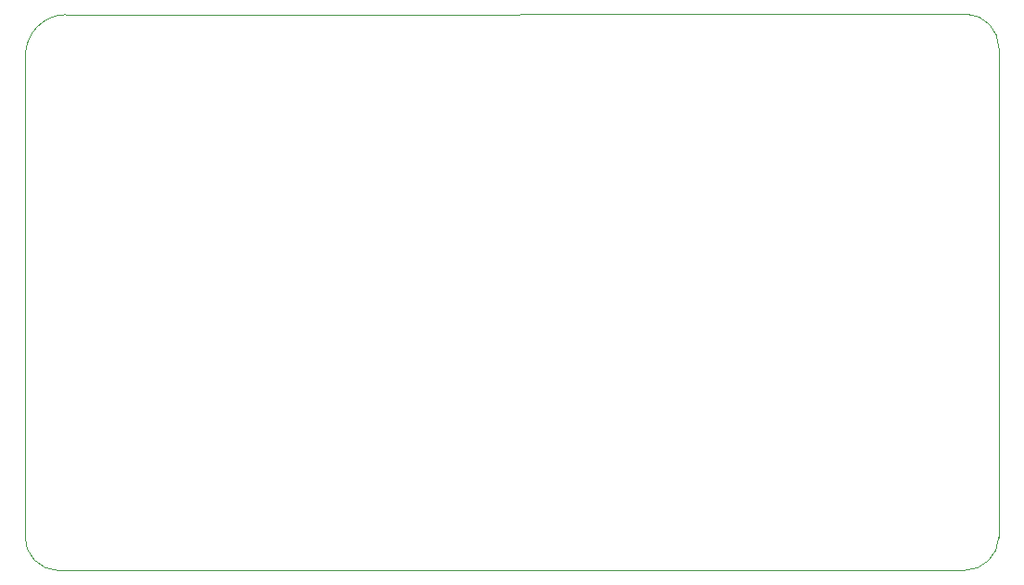
<source format=gm1>
G04 #@! TF.GenerationSoftware,KiCad,Pcbnew,7.0.2-0*
G04 #@! TF.CreationDate,2023-10-15T17:43:40-05:00*
G04 #@! TF.ProjectId,spudglo_business_card,73707564-676c-46f5-9f62-7573696e6573,rev?*
G04 #@! TF.SameCoordinates,Original*
G04 #@! TF.FileFunction,Profile,NP*
%FSLAX46Y46*%
G04 Gerber Fmt 4.6, Leading zero omitted, Abs format (unit mm)*
G04 Created by KiCad (PCBNEW 7.0.2-0) date 2023-10-15 17:43:40*
%MOMM*%
%LPD*%
G01*
G04 APERTURE LIST*
G04 #@! TA.AperFunction,Profile*
%ADD10C,0.100000*%
G04 #@! TD*
G04 APERTURE END LIST*
D10*
X261200000Y-129301612D02*
G75*
G03*
X264300000Y-126300000I0J3101612D01*
G01*
X175406617Y-126222477D02*
G75*
G03*
X178408242Y-129322472I3101583J-23D01*
G01*
X178408242Y-129322472D02*
X261200000Y-129301612D01*
X179135983Y-78558190D02*
G75*
G03*
X175456938Y-82348521I50617J-3729810D01*
G01*
X175456938Y-82348521D02*
X175406630Y-126222477D01*
X264313384Y-81597526D02*
G75*
G03*
X261311754Y-78497527I-3101584J26D01*
G01*
X261311754Y-78497527D02*
X179135984Y-78558239D01*
X264300000Y-126300000D02*
X264313366Y-81597526D01*
M02*

</source>
